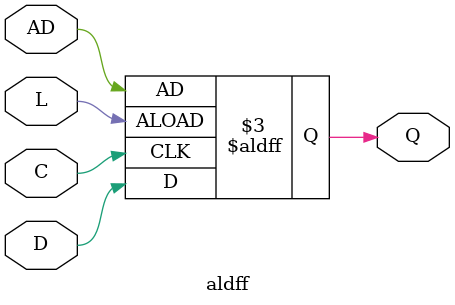
<source format=v>
module aldff (D, C, L, AD, Q);
    input D, C, L, AD;
    output reg Q;
    always @(posedge C or posedge L) begin
        if (L == 1)
            Q <= AD;
        else
            Q <= D;
    end
endmodule
</source>
